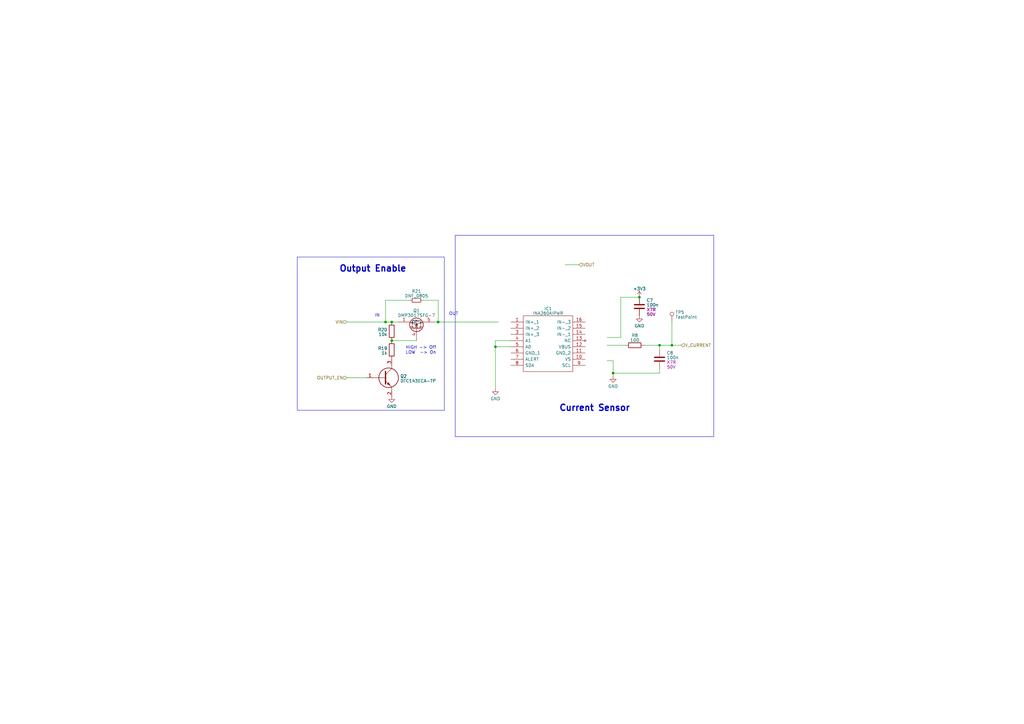
<source format=kicad_sch>
(kicad_sch (version 20230121) (generator eeschema)
  (paper "A3")
  (lib_symbols
    (symbol "Capacitor_JLC:100n" (pin_numbers hide) (pin_names (offset 0.254))
      (property "Reference" "C" (at 3.175 3.175 0))
      (property "Value" "100n" (at 3.175 1.27 0))
      (property "Type" "X7R" (at 5.08 -3.175 0))
      (property "Voltage" "50V" (at 5.08 -1.27 0))
      (symbol "100n_0_1"
        (polyline (pts (xy -2.032 -0.762) (xy 2.032 -0.762)) (stroke (width 0.508)))
        (polyline (pts (xy -2.032 0.762) (xy 2.032 0.762)) (stroke (width 0.508)))
      )
      (symbol "100n_1_1"
        (pin passive line (at 0 3.81 270) (length 2.794) (name "~") (number "1"))
        (pin passive line (at 0 -3.81 90) (length 2.794) (name "~") (number "2"))
      )
    )
    (symbol "Connector:TestPoint" (pin_numbers hide) (pin_names (offset 0.762) hide)
      (property "Reference" "TP" (at 0 6.858 0))
      (property "Value" "TestPoint" (at 0 5.08 0))
      (symbol "TestPoint_0_1"
        (circle (center 0 3.302) (radius 0.762))
      )
      (symbol "TestPoint_1_1"
        (pin passive line (at 0 0 90) (length 2.54) (name "1") (number "1"))
      )
    )
    (symbol "Misc_JLC:INA260AIPWR" (pin_names (offset 0.762))
      (property "Reference" "IC" (at 26.67 7.62 0))
      (property "Value" "INA260AIPWR" (at 26.67 5.08 0))
      (symbol "INA260AIPWR_0_0"
        (pin passive line (at 0 0 0) (length 5.08) (name "IN+_1") (number "1"))
        (pin passive line (at 30.48 -15.24 180) (length 5.08) (name "VS") (number "10"))
        (pin passive line (at 30.48 -12.7 180) (length 5.08) (name "GND_2") (number "11"))
        (pin passive line (at 30.48 -10.16 180) (length 5.08) (name "VBUS") (number "12"))
        (pin no_connect line (at 30.48 -7.62 180) (length 5.08) (name "NC") (number "13"))
        (pin passive line (at 30.48 -5.08 180) (length 5.08) (name "IN-_1") (number "14"))
        (pin passive line (at 30.48 -2.54 180) (length 5.08) (name "IN-_2") (number "15"))
        (pin passive line (at 30.48 0 180) (length 5.08) (name "IN-_3") (number "16"))
        (pin passive line (at 0 -2.54 0) (length 5.08) (name "IN+_2") (number "2"))
        (pin passive line (at 0 -5.08 0) (length 5.08) (name "IN+_3") (number "3"))
        (pin passive line (at 0 -7.62 0) (length 5.08) (name "A1") (number "4"))
        (pin passive line (at 0 -10.16 0) (length 5.08) (name "A0") (number "5"))
        (pin passive line (at 0 -12.7 0) (length 5.08) (name "GND_1") (number "6"))
        (pin passive line (at 0 -15.24 0) (length 5.08) (name "ALERT") (number "7"))
        (pin passive line (at 0 -17.78 0) (length 5.08) (name "SDA") (number "8"))
        (pin passive line (at 30.48 -17.78 180) (length 5.08) (name "SCL") (number "9"))
      )
      (symbol "INA260AIPWR_0_1"
        (polyline (pts (xy 5.08 2.54) (xy 25.4 2.54) (xy 25.4 -20.32) (xy 5.08 -20.32) (xy 5.08 2.54)) (stroke (width 0.1524)))
      )
    )
    (symbol "Resistor_JLC:100" (pin_numbers hide) (pin_names (offset 0))
      (property "Reference" "R" (at 2.032 0 90))
      (property "Value" "100" (at 0 0 90))
      (symbol "100_0_1"
        (rectangle (start -1.016 -2.54) (end 1.016 2.54) (stroke (width 0.254)))
      )
      (symbol "100_1_1"
        (pin passive line (at 0 3.81 270) (length 1.27) (name "~") (number "1"))
        (pin passive line (at 0 -3.81 90) (length 1.27) (name "~") (number "2"))
      )
    )
    (symbol "Resistor_JLC:10k" (pin_numbers hide) (pin_names (offset 0))
      (property "Reference" "R" (at 2.032 0 90))
      (property "Value" "10k" (at 0 0 90))
      (symbol "10k_0_1"
        (rectangle (start -1.016 -2.54) (end 1.016 2.54) (stroke (width 0.254)))
      )
      (symbol "10k_1_1"
        (pin passive line (at 0 3.81 270) (length 1.27) (name "~") (number "1"))
        (pin passive line (at 0 -3.81 90) (length 1.27) (name "~") (number "2"))
      )
    )
    (symbol "Resistor_JLC:1k" (pin_numbers hide) (pin_names (offset 0))
      (property "Reference" "R" (at 2.032 0 90))
      (property "Value" "1k" (at 0 0 90))
      (symbol "1k_0_1"
        (rectangle (start -1.016 -2.54) (end 1.016 2.54) (stroke (width 0.254)))
      )
      (symbol "1k_1_1"
        (pin passive line (at 0 3.81 270) (length 1.27) (name "~") (number "1"))
        (pin passive line (at 0 -3.81 90) (length 1.27) (name "~") (number "2"))
      )
    )
    (symbol "Transistor_JLC:DMP3017SFG-7" (pin_names (offset 0.762))
      (property "Reference" "Q" (at 22.86 41.275 0))
      (property "Value" "DMP3017SFG-7" (at 22.86 38.735 0))
      (symbol "DMP3017SFG-7_0_0"
        (pin passive line (at 7.62 -7.62 90) (length 5.08) (name "") (number "1"))
        (pin passive line (at 7.62 -7.62 90) (length 5.08) hide (name "") (number "2"))
        (pin passive line (at 7.62 -7.62 90) (length 5.08) hide (name "") (number "3"))
        (pin passive line (at 0 0 0) (length 5.08) (name "G") (number "4"))
        (pin passive line (at 7.62 7.62 270) (length 5.08) (name "D_1") (number "5"))
        (pin passive line (at 7.62 7.62 270) (length 5.08) hide (name "") (number "6"))
        (pin passive line (at 7.62 7.62 270) (length 5.08) hide (name "") (number "7"))
        (pin passive line (at 7.62 7.62 270) (length 5.08) hide (name "") (number "8"))
        (pin passive line (at 7.62 7.62 270) (length 5.08) hide (name "") (number "9"))
      )
      (symbol "DMP3017SFG-7_0_1"
        (polyline (pts (xy 5.08 1.905) (xy 5.08 -1.905)) (stroke (width 0.254)))
        (polyline (pts (xy 5.588 -1.27) (xy 5.588 -2.286)) (stroke (width 0.254)))
        (polyline (pts (xy 5.588 0.508) (xy 5.588 -0.508)) (stroke (width 0.254)))
        (polyline (pts (xy 5.588 2.286) (xy 5.588 1.27)) (stroke (width 0.254)))
        (polyline (pts (xy 7.366 2.54) (xy 7.366 1.778)))
        (polyline (pts (xy 7.366 -2.54) (xy 7.366 0) (xy 5.588 0)))
        (polyline (pts (xy 5.588 1.778) (xy 8.128 1.778) (xy 8.128 -1.778) (xy 5.588 -1.778)))
        (polyline (pts (xy 7.112 0) (xy 6.096 0.381) (xy 6.096 -0.381) (xy 7.112 0)) (fill (type outline)))
        (polyline (pts (xy 7.62 -0.508) (xy 7.747 -0.381) (xy 8.509 -0.381) (xy 8.636 -0.254)))
        (polyline (pts (xy 8.128 -0.381) (xy 7.747 0.254) (xy 8.509 0.254) (xy 8.128 -0.381)))
        (circle (center 6.477 0) (radius 2.794) (stroke (width 0.254)))
        (circle (center 7.366 -1.778) (radius 0.254) (fill (type outline)))
        (circle (center 7.366 1.778) (radius 0.254) (fill (type outline)))
      )
    )
    (symbol "Transistor_JLC:DTC143ECA-TP" (pin_names (offset 0.762))
      (property "Reference" "Q" (at 13.97 1.27 0))
      (property "Value" "DTC143ECA-TP" (at 13.97 -1.27 0))
      (symbol "DTC143ECA-TP_0_0"
        (pin passive line (at 0 0 0) (length 2.54) (name "~") (number "1"))
        (pin passive line (at 10.16 -7.62 90) (length 2.54) (name "~") (number "2"))
        (pin passive line (at 10.16 7.62 270) (length 2.54) (name "~") (number "3"))
      )
      (symbol "DTC143ECA-TP_0_1"
        (polyline (pts (xy 2.54 0) (xy 7.62 0)) (stroke (width 0.1524)))
        (polyline (pts (xy 7.62 -1.27) (xy 10.16 -3.81)) (stroke (width 0.1524)))
        (polyline (pts (xy 7.62 1.27) (xy 10.16 3.81)) (stroke (width 0.1524)))
        (polyline (pts (xy 7.62 2.54) (xy 7.62 -2.54)) (stroke (width 0.508)))
        (polyline (pts (xy 10.16 -3.81) (xy 10.16 -5.08)) (stroke (width 0.1524)))
        (polyline (pts (xy 10.16 3.81) (xy 10.16 5.08)) (stroke (width 0.1524)))
        (polyline (pts (xy 8.382 -2.54) (xy 8.89 -2.032) (xy 9.398 -3.048) (xy 8.382 -2.54)) (stroke (width 0.254)) (fill (type outline)))
        (circle (center 8.89 0) (radius 4.0132) (stroke (width 0.254)))
      )
    )
    (symbol "personal:DNF_0805" (pin_numbers hide) (pin_names (offset 0.254) hide)
      (property "Reference" "R" (at 0.762 0.508 0))
      (property "Value" "DNF_0805" (at 0.762 -1.016 0))
      (symbol "DNF_0805_0_1"
        (rectangle (start -0.762 1.778) (end 0.762 -1.778) (stroke (width 0.2032)))
      )
      (symbol "DNF_0805_1_1"
        (pin passive line (at 0 2.54 270) (length 0.762) (name "~") (number "1"))
        (pin passive line (at 0 -2.54 90) (length 0.762) (name "~") (number "2"))
      )
    )
    (symbol "power:+3V3" (power) (pin_names (offset 0))
      (property "Value" "+3V3" (at 0 3.556 0))
      (symbol "+3V3_0_1"
        (polyline (pts (xy -0.762 1.27) (xy 0 2.54)))
        (polyline (pts (xy 0 0) (xy 0 2.54)))
        (polyline (pts (xy 0 2.54) (xy 0.762 1.27)))
      )
      (symbol "+3V3_1_1"
        (pin power_in line (at 0 0 90) (length 0) hide (name "+3V3") (number "1"))
      )
    )
    (symbol "power:GND" (power) (pin_names (offset 0))
      (property "Value" "GND" (at 0 -3.81 0))
      (symbol "GND_0_1"
        (polyline (pts (xy 0 0) (xy 0 -1.27) (xy 1.27 -1.27) (xy 0 -2.54) (xy -1.27 -1.27) (xy 0 -1.27)))
      )
      (symbol "GND_1_1"
        (pin power_in line (at 0 0 270) (length 0) hide (name "GND") (number "1"))
      )
    )
  )
  (junction (at 160.655 132.08))
  (junction (at 158.115 132.08))
  (junction (at 275.59 141.605))
  (junction (at 160.655 139.7))
  (junction (at 179.705 132.08))
  (junction (at 270.51 141.605))
  (junction (at 251.46 153.035))
  (junction (at 262.255 121.92))
  (junction (at 203.2 142.24))
  (polyline (pts (xy 186.69 179.07) (xy 186.69 96.52)))
  (wire (pts (xy 173.355 123.19) (xy 179.705 123.19)))
  (wire (pts (xy 168.275 123.19) (xy 158.115 123.19)))
  (wire (pts (xy 179.705 132.08) (xy 204.47 132.08)))
  (wire (pts (xy 178.435 132.08) (xy 179.705 132.08)))
  (wire (pts (xy 142.24 132.08) (xy 158.115 132.08)))
  (wire (pts (xy 170.815 139.7) (xy 160.655 139.7)))
  (wire (pts (xy 248.92 138.43) (xy 254.635 138.43)))
  (wire (pts (xy 251.46 147.955) (xy 251.46 153.035)))
  (wire (pts (xy 275.59 141.605) (xy 279.4 141.605)))
  (wire (pts (xy 251.46 153.035) (xy 270.51 153.035)))
  (wire (pts (xy 203.2 142.24) (xy 203.2 159.385)))
  (wire (pts (xy 158.115 123.19) (xy 158.115 132.08)))
  (wire (pts (xy 231.775 108.585) (xy 237.49 108.585)))
  (wire (pts (xy 275.59 132.08) (xy 275.59 141.605)))
  (wire (pts (xy 163.195 132.08) (xy 160.655 132.08)))
  (wire (pts (xy 158.115 132.08) (xy 160.655 132.08)))
  (wire (pts (xy 264.16 141.605) (xy 270.51 141.605)))
  (wire (pts (xy 203.2 142.24) (xy 209.55 142.24)))
  (wire (pts (xy 179.705 123.19) (xy 179.705 132.08)))
  (wire (pts (xy 254.635 121.92) (xy 262.255 121.92)))
  (wire (pts (xy 270.51 141.605) (xy 275.59 141.605)))
  (wire (pts (xy 209.55 139.7) (xy 203.2 139.7)))
  (polyline (pts (xy 186.69 96.52) (xy 292.735 96.52)))
  (wire (pts (xy 270.51 151.13) (xy 270.51 153.035)))
  (wire (pts (xy 142.24 154.94) (xy 150.495 154.94)))
  (wire (pts (xy 251.46 153.035) (xy 251.46 154.305)))
  (wire (pts (xy 248.92 147.955) (xy 251.46 147.955)))
  (wire (pts (xy 203.2 139.7) (xy 203.2 142.24)))
  (wire (pts (xy 248.92 141.605) (xy 256.54 141.605)))
  (polyline (pts (xy 292.735 179.07) (xy 186.69 179.07)))
  (wire (pts (xy 254.635 138.43) (xy 254.635 121.92)))
  (wire (pts (xy 270.51 141.605) (xy 270.51 143.51)))
  (polyline (pts (xy 292.735 96.52) (xy 292.735 179.07)))
  (rectangle (start 121.92 105.41) (end 182.245 168.275))
  (text "IN" (at 153.67 130.175 0) (effects (font (size 1.27 1.27)) (justify left bottom)))
  (text "Output Enable" (at 139.065 111.76 0) (effects (font (size 2.54 2.54) (thickness 0.508) bold) (justify left bottom)))
  (text "OUT" (at 184.15 129.54 0) (effects (font (size 1.27 1.27)) (justify left bottom)))
  (text "Current Sensor" (at 229.235 168.91 0) (effects (font (size 2.54 2.54) (thickness 0.508) bold) (justify left bottom)))
  (text "HIGH -> Off\nLOW  -> On" (at 166.37 145.415 0) (effects (font (size 1.27 1.27)) (justify left bottom)))
  (hierarchical_label "VOUT" (shape input) (at 237.49 108.585 0))
  (hierarchical_label "OUTPUT_EN" (shape input) (at 142.24 154.94 180))
  (hierarchical_label "V_CURRENT" (shape input) (at 279.4 141.605 0))
  (hierarchical_label "VIN" (shape input) (at 142.24 132.08 180))
  (symbol (lib_id "power:+3V3") (at 262.255 121.92 0) (unit 1)
    (property "Reference" "#PWR012" (effects hide))
    (property "Value" "+3V3" (at 262.255 118.4181 0))
  )
  (symbol (lib_id "Transistor_JLC:DMP3017SFG-7") (at 170.815 139.7 270) (mirror x) (unit 1)
    (property "Reference" "Q1" (at 170.815 127.4191 90))
    (property "Value" "DMP3017SFG-7" (at 170.815 129.3401 90))
    (property "Footprint" "DMP3007SFG7" (effects hide))
    (property "Datasheet" "https://www.diodes.com/assets/Datasheets/products_inactive_data/DMP3017SFG.pdf" (effects hide))
    (property "Description" "MOSFET P-CH 30V POWERDI3333-8" (effects hide))
    (property "Height" "0.8" (effects hide))
    (property "Manufacturer_Name" "Diodes Inc." (effects hide))
    (property "Manufacturer_Part_Number" "DMP3017SFG-7" (effects hide))
    (property "Mouser Part Number" "621-DMP3017SFG-7" (effects hide))
    (property "Mouser Price/Stock" "https://www.mouser.co.uk/ProductDetail/Diodes-Incorporated/DMP3017SFG-7?qs=dOK1vf2izjuHbyAr8sMEAg%3D%3D" (effects hide))
    (property "Arrow Part Number" "DMP3017SFG-7" (effects hide))
    (property "Arrow Price/Stock" "https://www.arrow.com/en/products/dmp3017sfg-7/diodes-incorporated" (effects hide))
    (property "LCSC" "DMP3017SFG" (effects hide))
    (instances (project "Spark-Analyzer" (path "" (reference "Q1") (unit 1)) (path "" (reference "Q2") (unit 1))))
  )
  (symbol (lib_id "Capacitor_JLC:100n") (at 270.51 147.32 0) (unit 1)
    (property "Reference" "C8" (at 273.431 144.7553 0) (effects (justify left)))
    (property "Value" "100n" (at 273.431 146.6763 0) (effects (justify left)))
    (property "Footprint" "Capacitor_SMD:C_0402_1005Metric" (effects hide))
    (property "Type" "X7R" (at 273.431 148.5973 0) (effects (justify left)))
    (property "LCSC" "C307331" (effects hide))
    (property "Voltage" "50V" (at 273.431 150.5183 0) (effects (justify left)))
  )
  (symbol (lib_id "power:GND") (at 251.46 154.305 0) (unit 1)
    (property "Reference" "#PWR013" (effects hide))
    (property "Value" "GND" (at 251.46 158.4405 0))
  )
  (symbol (lib_id "power:GND") (at 203.2 159.385 0) (unit 1)
    (property "Reference" "#PWR038" (effects hide))
    (property "Value" "GND" (at 203.2 163.5205 0))
  )
  (symbol (lib_id "Connector:TestPoint") (at 275.59 132.08 0) (unit 1)
    (property "Reference" "TP5" (at 276.987 128.1343 0) (effects (justify left)))
    (property "Value" "TestPoint" (at 276.987 130.0553 0) (effects (justify left)))
    (property "Footprint" "TestPoint:TestPoint_Pad_D1.0mm" (effects hide))
    (instances (project "Spark-Analyzer" (path "" (reference "TP5") (unit 1)) (path "" (reference "TP8") (unit 1))))
  )
  (symbol (lib_id "power:GND") (at 160.655 162.56 0) (mirror y) (unit 1)
    (property "Reference" "#PWR037" (effects hide))
    (property "Value" "GND" (at 160.655 166.6955 0))
  )
  (symbol (lib_id "Resistor_JLC:100") (at 260.35 141.605 90) (unit 1)
    (property "Reference" "R8" (at 260.35 137.5791 90))
    (property "Value" "100" (at 260.35 139.5001 90))
    (property "Footprint" "Resistor_SMD:R_0402_1005Metric" (effects hide))
    (property "LCSC" "C25076" (effects hide))
  )
  (symbol (lib_id "Resistor_JLC:1k") (at 160.655 143.51 0) (mirror y) (unit 1)
    (property "Reference" "R19" (at 158.877 142.8663 0) (effects (justify left)))
    (property "Value" "1k" (at 158.877 144.7873 0) (effects (justify left)))
    (property "Footprint" "Resistor_SMD:R_0402_1005Metric" (effects hide))
    (property "LCSC" "C11702" (effects hide))
    (instances (project "Spark-Analyzer" (path "" (reference "R19") (unit 1)) (path "" (reference "R20") (unit 1))))
  )
  (symbol (lib_id "Capacitor_JLC:100n") (at 262.255 125.73 0) (unit 1)
    (property "Reference" "C7" (at 265.176 123.1653 0) (effects (justify left)))
    (property "Value" "100n" (at 265.176 125.0863 0) (effects (justify left)))
    (property "Footprint" "Capacitor_SMD:C_0402_1005Metric" (effects hide))
    (property "Type" "X7R" (at 265.176 127.0073 0) (effects (justify left)))
    (property "LCSC" "C307331" (effects hide))
    (property "Voltage" "50V" (at 265.176 128.9283 0) (effects (justify left)))
  )
  (symbol (lib_id "Resistor_JLC:10k") (at 160.655 135.89 0) (mirror y) (unit 1)
    (property "Reference" "R20" (at 158.877 135.2463 0) (effects (justify left)))
    (property "Value" "10k" (at 158.877 137.1673 0) (effects (justify left)))
    (property "Footprint" "Resistor_SMD:R_0402_1005Metric" (effects hide))
    (property "LCSC" "C25744" (effects hide))
    (instances (project "Spark-Analyzer" (path "" (reference "R20") (unit 1)) (path "" (reference "R19") (unit 1))))
  )
  (symbol (lib_id "Misc_JLC:INA260AIPWR") (at 209.55 132.08 0) (unit 1)
    (property "Reference" "IC1" (at 224.79 126.5809 0))
    (property "Value" "INA260AIPWR" (at 224.79 128.5019 0))
    (property "Footprint" "SOP65P640X120-16N" (effects hide))
    (property "Datasheet" "http://www.ti.com/lit/gpn/INA260" (effects hide))
    (property "Description" "36V, Bi-Dir, High Accuracy, Low-/High-Side, I2C Current/Pwr Monitor w/Integrated 2m Shunt Resistor" (effects hide))
    (property "Height" "1.2" (effects hide))
    (property "Manufacturer_Name" "Texas Instruments" (effects hide))
    (property "Manufacturer_Part_Number" "INA260AIPWR" (effects hide))
    (property "Mouser Part Number" "595-INA260AIPWR" (effects hide))
    (property "Mouser Price/Stock" "https://www.mouser.co.uk/ProductDetail/Texas-Instruments/INA260AIPWR?qs=vcbl%252BK4rRldNzXQDYx03SQ%3D%3D" (effects hide))
    (property "Arrow Part Number" "INA260AIPWR" (effects hide))
    (property "Arrow Price/Stock" "https://www.arrow.com/en/products/ina260aipwr/texas-instruments?region=nac" (effects hide))
    (property "LCSC" "C2155885" (effects hide))
  )
  (symbol (lib_id "personal:DNF_0805") (at 170.815 123.19 90) (unit 1)
    (property "Reference" "R21" (at 170.815 119.4435 90))
    (property "Value" "DNF_0805" (at 170.815 121.3645 90))
    (property "Footprint" "Resistor_SMD:R_0805_2012Metric_Pad1.20x1.40mm_HandSolder" (effects hide))
  )
  (symbol (lib_id "power:GND") (at 262.255 129.54 0) (unit 1)
    (property "Reference" "#PWR014" (effects hide))
    (property "Value" "GND" (at 262.255 133.6755 0))
  )
  (symbol (lib_id "Transistor_JLC:DTC143ECA-TP") (at 150.495 154.94 0) (unit 1)
    (property "Reference" "Q2" (at 164.1602 154.2963 0) (effects (justify left)))
    (property "Value" "DTC143ECA-TP" (at 164.1602 156.2173 0) (effects (justify left)))
    (property "Footprint" "SOT95P237X125-3N" (effects hide))
    (property "Datasheet" "https://componentsearchengine.com/Datasheets/1/DTC143ECA-TP.pdf" (effects hide))
    (property "Description" "Bipolar Transistors - Pre-Biased NPN 4.7KOhms 250MHz" (effects hide))
    (property "Height" "1.25" (effects hide))
    (property "Manufacturer_Name" "MCC" (effects hide))
    (property "Manufacturer_Part_Number" "DTC143ECA-TP" (effects hide))
    (property "Mouser Part Number" "833-DTC143ECA-TP" (effects hide))
    (property "Mouser Price/Stock" "https://www.mouser.com/Search/Refine.aspx?Keyword=833-DTC143ECA-TP" (effects hide))
    (property "Arrow Part Number" "DTC143ECA-TP" (effects hide))
    (property "Arrow Price/Stock" "https://www.arrow.com/en/products/dtc143eca-tp/micro-commercial-components?region=nac" (effects hide))
    (property "JLCPCB" "C13871" (effects hide))
    (instances (project "Spark-Analyzer" (path "" (reference "Q2") (unit 1)) (path "" (reference "Q1") (unit 1))))
  )
)
</source>
